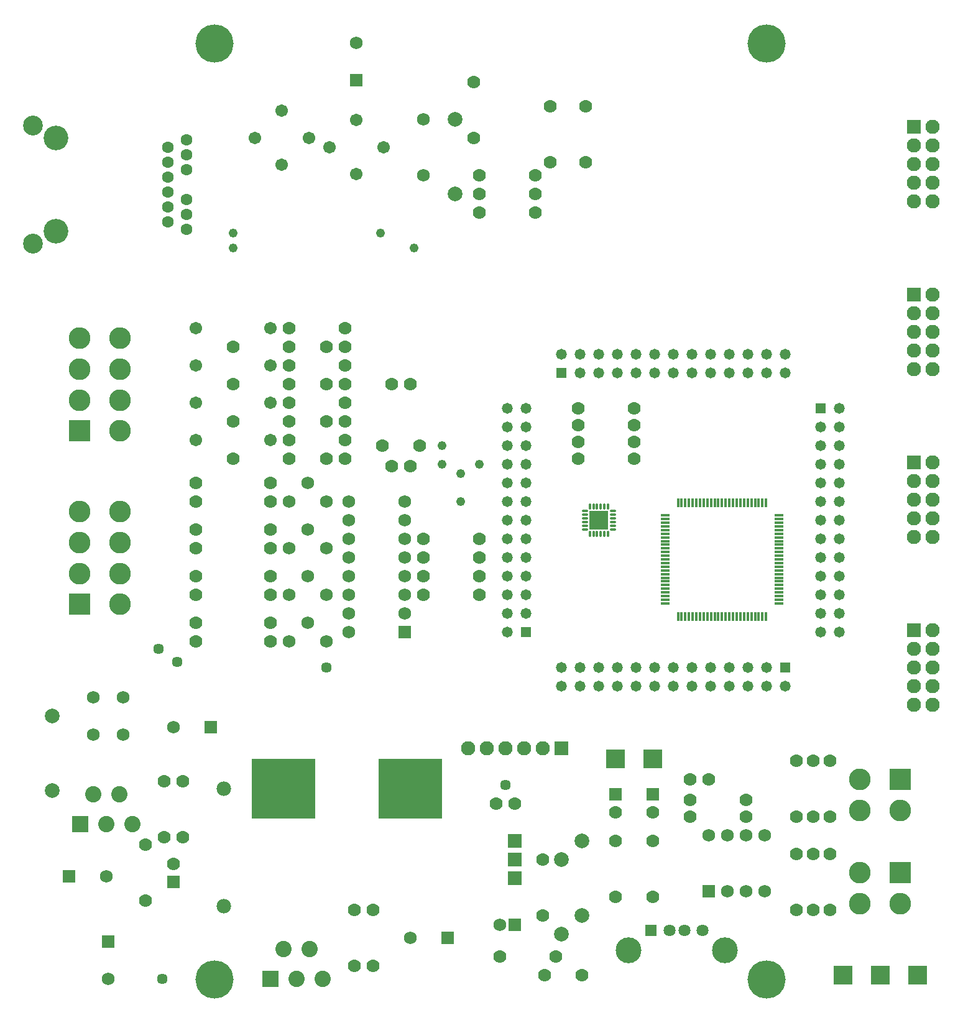
<source format=gts>
G04*
G04 #@! TF.GenerationSoftware,Altium Limited,Altium Designer,22.6.1 (34)*
G04*
G04 Layer_Color=8388736*
%FSLAX25Y25*%
%MOIN*%
G70*
G04*
G04 #@! TF.SameCoordinates,AF77A519-CAE8-4CE4-B455-2A79372E2E6D*
G04*
G04*
G04 #@! TF.FilePolarity,Negative*
G04*
G01*
G75*
%ADD20R,0.05118X0.01575*%
%ADD21R,0.01575X0.05118*%
G04:AMPARAMS|DCode=22|XSize=102.36mil|YSize=102.36mil|CornerRadius=4.43mil|HoleSize=0mil|Usage=FLASHONLY|Rotation=180.000|XOffset=0mil|YOffset=0mil|HoleType=Round|Shape=RoundedRectangle|*
%AMROUNDEDRECTD22*
21,1,0.10236,0.09350,0,0,180.0*
21,1,0.09350,0.10236,0,0,180.0*
1,1,0.00886,-0.04675,0.04675*
1,1,0.00886,0.04675,0.04675*
1,1,0.00886,0.04675,-0.04675*
1,1,0.00886,-0.04675,-0.04675*
%
%ADD22ROUNDEDRECTD22*%
G04:AMPARAMS|DCode=23|XSize=31.1mil|YSize=14.96mil|CornerRadius=3.35mil|HoleSize=0mil|Usage=FLASHONLY|Rotation=270.000|XOffset=0mil|YOffset=0mil|HoleType=Round|Shape=RoundedRectangle|*
%AMROUNDEDRECTD23*
21,1,0.03110,0.00827,0,0,270.0*
21,1,0.02441,0.01496,0,0,270.0*
1,1,0.00669,-0.00413,-0.01221*
1,1,0.00669,-0.00413,0.01221*
1,1,0.00669,0.00413,0.01221*
1,1,0.00669,0.00413,-0.01221*
%
%ADD23ROUNDEDRECTD23*%
G04:AMPARAMS|DCode=24|XSize=31.1mil|YSize=14.96mil|CornerRadius=3.35mil|HoleSize=0mil|Usage=FLASHONLY|Rotation=180.000|XOffset=0mil|YOffset=0mil|HoleType=Round|Shape=RoundedRectangle|*
%AMROUNDEDRECTD24*
21,1,0.03110,0.00827,0,0,180.0*
21,1,0.02441,0.01496,0,0,180.0*
1,1,0.00669,-0.01221,0.00413*
1,1,0.00669,0.01221,0.00413*
1,1,0.00669,0.01221,-0.00413*
1,1,0.00669,-0.01221,-0.00413*
%
%ADD24ROUNDEDRECTD24*%
%ADD25R,0.34265X0.32296*%
%ADD26R,0.11627X0.11627*%
%ADD27C,0.11627*%
%ADD28C,0.06422*%
%ADD29C,0.13855*%
%ADD30R,0.06422X0.06422*%
%ADD31C,0.06312*%
%ADD32C,0.13202*%
%ADD33C,0.10642*%
%ADD34C,0.07000*%
%ADD35C,0.06800*%
%ADD36R,0.09855X0.09855*%
%ADD37R,0.08750X0.08750*%
%ADD38C,0.08750*%
%ADD39C,0.06706*%
%ADD40R,0.06800X0.06800*%
%ADD41R,0.06800X0.06800*%
%ADD42C,0.20485*%
%ADD43R,0.07000X0.07000*%
%ADD44C,0.07887*%
%ADD45C,0.07800*%
%ADD46R,0.07800X0.07800*%
%ADD47R,0.07690X0.07690*%
%ADD48C,0.07690*%
%ADD49C,0.05800*%
%ADD50R,0.05800X0.05800*%
%ADD51R,0.05800X0.05800*%
%ADD52R,0.07690X0.07690*%
%ADD53C,0.05721*%
%ADD54C,0.04800*%
D20*
X430512Y226378D02*
D03*
Y273622D02*
D03*
Y271654D02*
D03*
Y269685D02*
D03*
Y267717D02*
D03*
Y265748D02*
D03*
Y263779D02*
D03*
Y261811D02*
D03*
Y259842D02*
D03*
Y257874D02*
D03*
Y255906D02*
D03*
Y253937D02*
D03*
Y251969D02*
D03*
Y250000D02*
D03*
Y248031D02*
D03*
Y246063D02*
D03*
Y244094D02*
D03*
Y242126D02*
D03*
Y240158D02*
D03*
Y238189D02*
D03*
Y236221D02*
D03*
Y234252D02*
D03*
Y232283D02*
D03*
Y230315D02*
D03*
Y228346D02*
D03*
X369488Y273622D02*
D03*
Y271654D02*
D03*
Y269685D02*
D03*
Y267717D02*
D03*
Y265748D02*
D03*
Y263779D02*
D03*
Y261811D02*
D03*
Y259842D02*
D03*
Y257874D02*
D03*
Y255906D02*
D03*
Y253937D02*
D03*
Y251969D02*
D03*
Y250000D02*
D03*
Y248031D02*
D03*
Y246063D02*
D03*
Y244094D02*
D03*
Y242126D02*
D03*
Y240158D02*
D03*
Y238189D02*
D03*
Y236221D02*
D03*
Y234252D02*
D03*
Y232283D02*
D03*
Y230315D02*
D03*
Y228346D02*
D03*
Y226378D02*
D03*
D21*
X423622Y280512D02*
D03*
X378346Y219488D02*
D03*
X380315D02*
D03*
X382283D02*
D03*
X384252D02*
D03*
X386221D02*
D03*
X388189D02*
D03*
X390158D02*
D03*
X392126D02*
D03*
X394094D02*
D03*
X396063D02*
D03*
X398031D02*
D03*
X400000D02*
D03*
X401968D02*
D03*
X403937D02*
D03*
X405905D02*
D03*
X407874D02*
D03*
X409842D02*
D03*
X411811D02*
D03*
X413779D02*
D03*
X415748D02*
D03*
X417717D02*
D03*
X419685D02*
D03*
X421654D02*
D03*
X423622D02*
D03*
X376378D02*
D03*
X421654Y280512D02*
D03*
X419685D02*
D03*
X417717D02*
D03*
X415748D02*
D03*
X413779D02*
D03*
X411811D02*
D03*
X409842D02*
D03*
X407874D02*
D03*
X405905D02*
D03*
X403937D02*
D03*
X401968D02*
D03*
X400000D02*
D03*
X398031D02*
D03*
X396063D02*
D03*
X394094D02*
D03*
X392126D02*
D03*
X390158D02*
D03*
X388189D02*
D03*
X386221D02*
D03*
X384252D02*
D03*
X382283D02*
D03*
X380315D02*
D03*
X378346D02*
D03*
X376378D02*
D03*
D22*
X334000Y271000D02*
D03*
D23*
X329079Y278480D02*
D03*
X331047D02*
D03*
X333016D02*
D03*
X334984D02*
D03*
X336953D02*
D03*
X338921D02*
D03*
Y263520D02*
D03*
X336953D02*
D03*
X334984D02*
D03*
X333016D02*
D03*
X331047D02*
D03*
X329079D02*
D03*
D24*
X341480Y275921D02*
D03*
Y273953D02*
D03*
Y271984D02*
D03*
Y270016D02*
D03*
Y268047D02*
D03*
Y266079D02*
D03*
X326520Y275921D02*
D03*
Y273953D02*
D03*
Y271984D02*
D03*
Y270016D02*
D03*
Y268047D02*
D03*
Y266079D02*
D03*
D25*
X233000Y127000D02*
D03*
X165000D02*
D03*
D26*
X495653Y82000D02*
D03*
Y132000D02*
D03*
X55598Y225929D02*
D03*
Y318929D02*
D03*
D27*
X474000Y82000D02*
D03*
X495653Y65465D02*
D03*
X474000D02*
D03*
Y115465D02*
D03*
X495653D02*
D03*
X474000Y132000D02*
D03*
X77252Y225929D02*
D03*
X55598Y242465D02*
D03*
X77252D02*
D03*
X55598Y259000D02*
D03*
X77252D02*
D03*
X55598Y275535D02*
D03*
X77252D02*
D03*
Y368535D02*
D03*
X55598D02*
D03*
X77252Y352000D02*
D03*
X55598D02*
D03*
X77252Y335465D02*
D03*
X55598D02*
D03*
X77252Y318929D02*
D03*
D28*
X389559Y51000D02*
D03*
X379716D02*
D03*
X371843D02*
D03*
D29*
X401646Y40331D02*
D03*
X349913D02*
D03*
D30*
X362000Y51000D02*
D03*
D31*
X113000Y475000D02*
D03*
Y467008D02*
D03*
Y459016D02*
D03*
Y443032D02*
D03*
Y435039D02*
D03*
Y427047D02*
D03*
X103000Y471004D02*
D03*
Y463012D02*
D03*
Y455020D02*
D03*
Y447028D02*
D03*
Y439035D02*
D03*
Y431043D02*
D03*
D32*
X43000Y476024D02*
D03*
Y426024D02*
D03*
D33*
X30480Y482776D02*
D03*
Y419272D02*
D03*
D34*
X270000Y446000D02*
D03*
X300000D02*
D03*
X327000Y463000D02*
D03*
Y493000D02*
D03*
X213000Y32000D02*
D03*
Y62000D02*
D03*
X383000Y132000D02*
D03*
X393000D02*
D03*
X363000Y114200D02*
D03*
X440000Y92000D02*
D03*
Y62000D02*
D03*
X323000Y313000D02*
D03*
X353000D02*
D03*
X323000Y304000D02*
D03*
X353000D02*
D03*
X323000Y331000D02*
D03*
X353000D02*
D03*
X323000Y322000D02*
D03*
X353000D02*
D03*
X308000Y493000D02*
D03*
Y463000D02*
D03*
X300000Y456000D02*
D03*
X270000D02*
D03*
X300000Y436000D02*
D03*
X270000D02*
D03*
X267000Y506000D02*
D03*
Y476000D02*
D03*
X203000Y32000D02*
D03*
Y62000D02*
D03*
X458000D02*
D03*
Y92000D02*
D03*
X383000Y121000D02*
D03*
X413000D02*
D03*
X449000Y62000D02*
D03*
Y92000D02*
D03*
X383000Y112000D02*
D03*
X413000D02*
D03*
X279000Y119000D02*
D03*
X289000D02*
D03*
X325000Y27000D02*
D03*
X305000D02*
D03*
X458000Y112000D02*
D03*
Y142000D02*
D03*
X343000Y114200D02*
D03*
X281000Y37000D02*
D03*
X311000D02*
D03*
X304000Y59000D02*
D03*
Y89000D02*
D03*
X440000Y142000D02*
D03*
Y112000D02*
D03*
X449000Y142000D02*
D03*
Y112000D02*
D03*
X101000Y101000D02*
D03*
Y131000D02*
D03*
X111000Y101000D02*
D03*
Y131000D02*
D03*
X138000Y364000D02*
D03*
X168000D02*
D03*
X138000Y344000D02*
D03*
X168000D02*
D03*
X138000Y324000D02*
D03*
X168000D02*
D03*
X138000Y304000D02*
D03*
X168000D02*
D03*
X223000Y343900D02*
D03*
X233000D02*
D03*
X270000Y261000D02*
D03*
X240000D02*
D03*
X270000Y251000D02*
D03*
X240000D02*
D03*
X270000Y241000D02*
D03*
X240000D02*
D03*
X270000Y231000D02*
D03*
X240000D02*
D03*
X363000Y69000D02*
D03*
Y99000D02*
D03*
X343000Y69000D02*
D03*
Y99000D02*
D03*
X91000Y97000D02*
D03*
Y67000D02*
D03*
X106000Y86800D02*
D03*
X168000Y374000D02*
D03*
X198000D02*
D03*
X168000Y354000D02*
D03*
X198000D02*
D03*
X168000Y334000D02*
D03*
X198000D02*
D03*
X168000Y314000D02*
D03*
X198000D02*
D03*
X188000Y364000D02*
D03*
X198000D02*
D03*
X188000Y344000D02*
D03*
X198000D02*
D03*
X188000Y324000D02*
D03*
X198000D02*
D03*
X188000Y304000D02*
D03*
X198000D02*
D03*
X218000Y311000D02*
D03*
X238000D02*
D03*
X118000Y231000D02*
D03*
X158000D02*
D03*
X118000Y216000D02*
D03*
X158000D02*
D03*
X118000Y206000D02*
D03*
X158000D02*
D03*
X118000Y256000D02*
D03*
X158000D02*
D03*
X118000Y241000D02*
D03*
X158000D02*
D03*
X118000Y266000D02*
D03*
X158000D02*
D03*
X118000Y281000D02*
D03*
X158000D02*
D03*
X118000Y291000D02*
D03*
X158000D02*
D03*
X233000Y300000D02*
D03*
X223000D02*
D03*
D35*
X63000Y176000D02*
D03*
X79000Y156000D02*
D03*
Y176000D02*
D03*
X63000Y156000D02*
D03*
X178000Y241000D02*
D03*
X168000Y231000D02*
D03*
X188000D02*
D03*
X204000Y527000D02*
D03*
X70000Y80000D02*
D03*
X106000Y160000D02*
D03*
X71000Y25000D02*
D03*
X233000Y47000D02*
D03*
X240000Y486000D02*
D03*
Y456000D02*
D03*
X423000Y72000D02*
D03*
Y102000D02*
D03*
X393000D02*
D03*
X403000D02*
D03*
X413000D02*
D03*
Y72000D02*
D03*
X403000D02*
D03*
X281000Y54000D02*
D03*
X230000Y281000D02*
D03*
X200000D02*
D03*
Y261000D02*
D03*
Y271000D02*
D03*
X230000D02*
D03*
Y261000D02*
D03*
X200000Y241000D02*
D03*
Y251000D02*
D03*
X230000D02*
D03*
Y241000D02*
D03*
Y221000D02*
D03*
Y231000D02*
D03*
X200000D02*
D03*
Y221000D02*
D03*
Y211000D02*
D03*
X188000Y206000D02*
D03*
X168000D02*
D03*
X178000Y216000D02*
D03*
X188000Y256000D02*
D03*
X168000D02*
D03*
X178000Y266000D02*
D03*
X188000Y281000D02*
D03*
X168000D02*
D03*
X178000Y291000D02*
D03*
D36*
X363000Y143000D02*
D03*
X485000Y27000D02*
D03*
X465000D02*
D03*
X505000D02*
D03*
X343000Y143000D02*
D03*
D37*
X56000Y108000D02*
D03*
X158000Y25000D02*
D03*
D38*
X63000Y124000D02*
D03*
X70000Y108000D02*
D03*
X77000Y124000D02*
D03*
X84000Y108000D02*
D03*
X186000Y25000D02*
D03*
X179000Y41000D02*
D03*
X172000Y25000D02*
D03*
X165000Y41000D02*
D03*
D39*
X204000Y485653D02*
D03*
X218476Y471177D02*
D03*
X204000Y456701D02*
D03*
X189524Y471177D02*
D03*
X149524Y476177D02*
D03*
X164000Y461701D02*
D03*
X178476Y476177D02*
D03*
X164000Y490654D02*
D03*
X158000Y314000D02*
D03*
X118000D02*
D03*
X158000Y334000D02*
D03*
X118000D02*
D03*
X158000Y374000D02*
D03*
X118000D02*
D03*
X158000Y354000D02*
D03*
X118000D02*
D03*
D40*
X204000Y507000D02*
D03*
X71000Y45000D02*
D03*
X393000Y72000D02*
D03*
D41*
X50000Y80000D02*
D03*
X126000Y160000D02*
D03*
X253000Y47000D02*
D03*
X289000Y54000D02*
D03*
X230000Y211000D02*
D03*
D42*
X128000Y526653D02*
D03*
X424000D02*
D03*
Y24654D02*
D03*
X128000D02*
D03*
D43*
X363000Y123900D02*
D03*
X343000D02*
D03*
X106000Y77100D02*
D03*
D44*
X257000Y486000D02*
D03*
Y446000D02*
D03*
X41000Y166000D02*
D03*
Y126000D02*
D03*
X314000Y49000D02*
D03*
Y89000D02*
D03*
X325000Y59000D02*
D03*
Y99000D02*
D03*
D45*
X133000Y127000D02*
D03*
Y64000D02*
D03*
D46*
X289000Y89000D02*
D03*
Y99000D02*
D03*
Y79000D02*
D03*
D47*
X503000Y212000D02*
D03*
Y302000D02*
D03*
Y392000D02*
D03*
Y482000D02*
D03*
D48*
X513000Y212000D02*
D03*
X503000Y202000D02*
D03*
X513000D02*
D03*
X503000Y192000D02*
D03*
X513000D02*
D03*
X503000Y182000D02*
D03*
X513000D02*
D03*
X503000Y172000D02*
D03*
X513000D02*
D03*
Y302000D02*
D03*
X503000Y292000D02*
D03*
X513000D02*
D03*
X503000Y282000D02*
D03*
X513000D02*
D03*
X503000Y272000D02*
D03*
X513000D02*
D03*
X503000Y262000D02*
D03*
X513000D02*
D03*
Y392000D02*
D03*
X503000Y382000D02*
D03*
X513000D02*
D03*
X503000Y372000D02*
D03*
X513000D02*
D03*
X503000Y362000D02*
D03*
X513000D02*
D03*
X503000Y352000D02*
D03*
X513000D02*
D03*
Y442000D02*
D03*
X503000D02*
D03*
X513000Y452000D02*
D03*
X503000D02*
D03*
X513000Y462000D02*
D03*
X503000D02*
D03*
X513000Y472000D02*
D03*
X503000D02*
D03*
X513000Y482000D02*
D03*
X264000Y148653D02*
D03*
X274000D02*
D03*
X284000D02*
D03*
X294000D02*
D03*
X304000D02*
D03*
D49*
X285000Y241000D02*
D03*
X295000Y221000D02*
D03*
X285000Y211000D02*
D03*
Y221000D02*
D03*
Y251000D02*
D03*
Y261000D02*
D03*
Y271000D02*
D03*
Y281000D02*
D03*
Y291000D02*
D03*
Y301000D02*
D03*
Y311000D02*
D03*
Y321000D02*
D03*
Y331000D02*
D03*
Y231000D02*
D03*
X295000Y241000D02*
D03*
Y251000D02*
D03*
Y261000D02*
D03*
Y271000D02*
D03*
Y281000D02*
D03*
Y291000D02*
D03*
Y301000D02*
D03*
Y311000D02*
D03*
Y321000D02*
D03*
Y331000D02*
D03*
Y231000D02*
D03*
X334000Y350000D02*
D03*
X434000D02*
D03*
X424000D02*
D03*
X414000D02*
D03*
X404000D02*
D03*
X394000D02*
D03*
X384000D02*
D03*
X374000D02*
D03*
X364000D02*
D03*
X354000D02*
D03*
X344000D02*
D03*
X334000Y360000D02*
D03*
X434000D02*
D03*
X424000D02*
D03*
X414000D02*
D03*
X404000D02*
D03*
X394000D02*
D03*
X384000D02*
D03*
X374000D02*
D03*
X364000D02*
D03*
X354000D02*
D03*
X324000D02*
D03*
X314000D02*
D03*
X324000Y350000D02*
D03*
X344000Y360000D02*
D03*
X453000Y311000D02*
D03*
Y211000D02*
D03*
Y221000D02*
D03*
Y231000D02*
D03*
Y241000D02*
D03*
Y251000D02*
D03*
Y261000D02*
D03*
Y271000D02*
D03*
Y281000D02*
D03*
Y291000D02*
D03*
Y301000D02*
D03*
X463000Y311000D02*
D03*
Y211000D02*
D03*
Y221000D02*
D03*
Y231000D02*
D03*
Y241000D02*
D03*
Y251000D02*
D03*
Y261000D02*
D03*
Y271000D02*
D03*
Y281000D02*
D03*
Y291000D02*
D03*
Y321000D02*
D03*
Y331000D02*
D03*
X453000Y321000D02*
D03*
X463000Y301000D02*
D03*
X404000Y182000D02*
D03*
X424000Y192000D02*
D03*
X434000Y182000D02*
D03*
X424000D02*
D03*
X394000D02*
D03*
X384000D02*
D03*
X374000D02*
D03*
X364000D02*
D03*
X354000D02*
D03*
X344000D02*
D03*
X334000D02*
D03*
X324000D02*
D03*
X314000D02*
D03*
X414000D02*
D03*
X404000Y192000D02*
D03*
X394000D02*
D03*
X384000D02*
D03*
X374000D02*
D03*
X364000D02*
D03*
X354000D02*
D03*
X344000D02*
D03*
X334000D02*
D03*
X324000D02*
D03*
X314000D02*
D03*
X414000D02*
D03*
D50*
X295000Y211000D02*
D03*
X453000Y331000D02*
D03*
D51*
X314000Y350000D02*
D03*
X434000Y192000D02*
D03*
D52*
X314000Y148653D02*
D03*
D53*
X98000Y202000D02*
D03*
X100000Y25000D02*
D03*
X284000Y129000D02*
D03*
X188000Y192000D02*
D03*
X108000Y195000D02*
D03*
D54*
X235000Y417000D02*
D03*
X138000Y425000D02*
D03*
Y417000D02*
D03*
X217000Y425000D02*
D03*
X250000Y301000D02*
D03*
Y311000D02*
D03*
X260000Y281000D02*
D03*
Y296000D02*
D03*
X270000Y301000D02*
D03*
M02*

</source>
